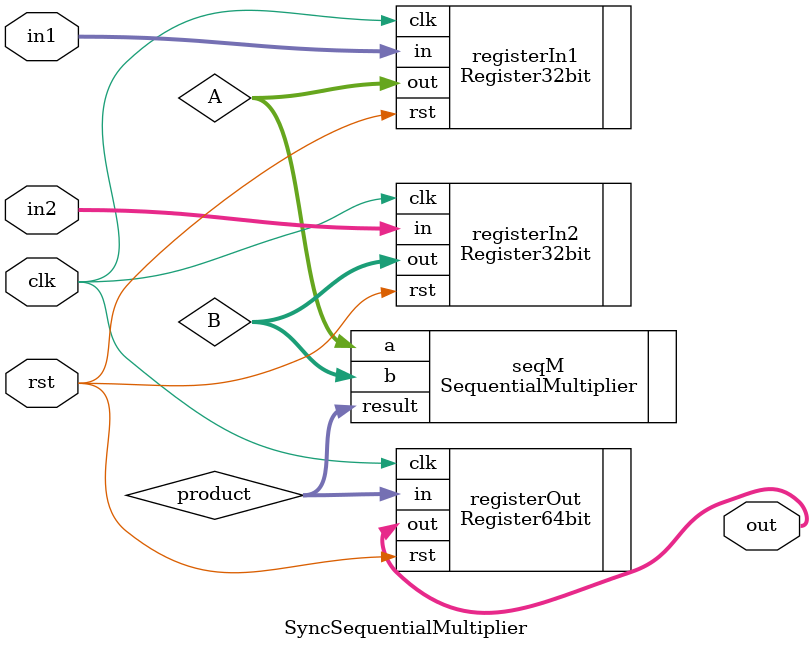
<source format=v>
module SyncSequentialMultiplier (
    input wire [31:0] in1,
    input wire [31:0] in2,
    input wire clk,
    input wire rst,
    output wire [63:0] out
);
  wire [31:0] A;
  wire [31:0] B;
  wire [63:0] product;
  reg sign;
  Register32bit registerIn1 (
      .clk(clk),
      .rst(rst),
      .in (in1),
      .out(A)
  );
  Register32bit registerIn2 (
      .clk(clk),
      .rst(rst),
      .in (in2),
      .out(B)
  );
  Register64bit registerOut (
      .clk(clk),
      .rst(rst),
      .in (product),
      .out(out)
  );
  SequentialMultiplier seqM (
      .a(A),
      .b(B),
      .result(product)
  );
endmodule

</source>
